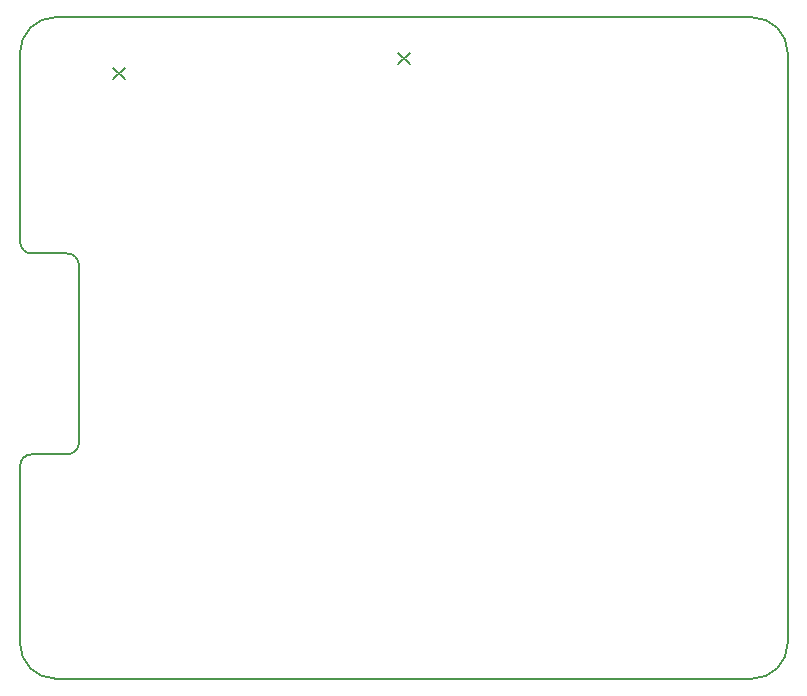
<source format=gm1>
G04 Layer_Color=16711935*
%FSLAX43Y43*%
%MOMM*%
G71*
G01*
G75*
%ADD18C,0.127*%
D18*
X3000Y56000D02*
G03*
X0Y53000I0J-3000D01*
G01*
X65000Y53000D02*
G03*
X62000Y56000I-3000J0D01*
G01*
X62000Y0D02*
G03*
X65000Y3000I0J3000D01*
G01*
X0Y3000D02*
G03*
X3000Y0I3000J0D01*
G01*
X-0Y37000D02*
G03*
X1000Y36000I1000J0D01*
G01*
X5000Y35000D02*
G03*
X4000Y36000I-1000J0D01*
G01*
X4000Y19000D02*
G03*
X5000Y20000I0J1000D01*
G01*
X1000Y19000D02*
G03*
X0Y18000I0J-1000D01*
G01*
X3000Y56000D02*
X62000D01*
X65000Y3000D02*
Y53000D01*
X3000Y0D02*
X62000D01*
X0Y37000D02*
Y53000D01*
X1000Y36000D02*
X4000D01*
X0Y3000D02*
Y18000D01*
X5000Y20000D02*
Y35000D01*
X1000Y19000D02*
X4000D01*
X32000Y52000D02*
X33000Y53000D01*
X32000D02*
X33000Y52000D01*
X7870Y50730D02*
X8870Y51730D01*
X7870D02*
X8870Y50730D01*
M02*

</source>
